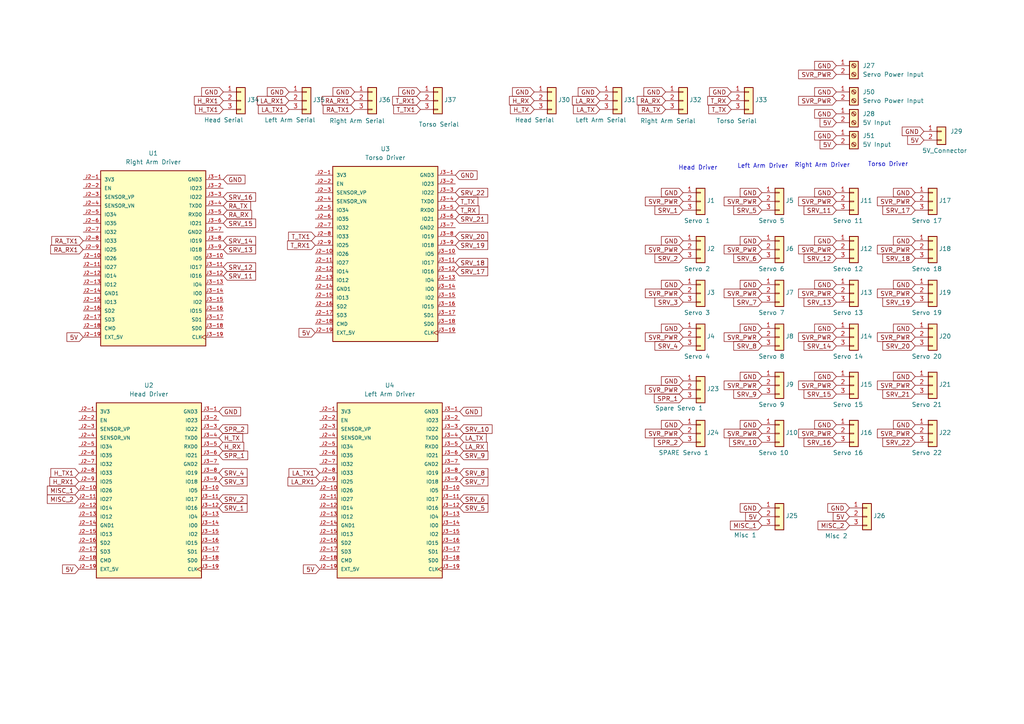
<source format=kicad_sch>
(kicad_sch (version 20231120) (generator "eeschema") (generator_version "8.0")
  (paper "A4")
  (lib_symbols
    (symbol "01-Custom:ESP32-DEVKITC-32D" (pin_names (offset 1.016))
      (property "Reference" "U" (at -15.2572 26.0643 0))
      (property "Value" "ESP32-DEVKITC-32D" (at -15.2563 -27.9698 0))
      (symbol "ESP32-DEVKITC-32D_0_0"
        (rectangle (start -15.24 -25.4) (end 15.24 25.4) (stroke (width 0.254)) (fill (type background)))
        (pin power_in line (at -20.32 22.86 0) (length 5.08) (name "3V3") (number "J2-1"))
        (pin bidirectional line (at -20.32 0 0) (length 5.08) (name "IO26") (number "J2-10"))
        (pin bidirectional line (at -20.32 -2.54 0) (length 5.08) (name "IO27") (number "J2-11"))
        (pin bidirectional line (at -20.32 -5.08 0) (length 5.08) (name "IO14") (number "J2-12"))
        (pin bidirectional line (at -20.32 -7.62 0) (length 5.08) (name "IO12") (number "J2-13"))
        (pin power_in line (at -20.32 -10.16 0) (length 5.08) (name "GND1") (number "J2-14"))
        (pin bidirectional line (at -20.32 -12.7 0) (length 5.08) (name "IO13") (number "J2-15"))
        (pin bidirectional line (at -20.32 -15.24 0) (length 5.08) (name "SD2") (number "J2-16"))
        (pin bidirectional line (at -20.32 -17.78 0) (length 5.08) (name "SD3") (number "J2-17"))
        (pin bidirectional line (at -20.32 -20.32 0) (length 5.08) (name "CMD") (number "J2-18"))
        (pin power_in line (at -20.32 -22.86 0) (length 5.08) (name "EXT_5V") (number "J2-19"))
        (pin input line (at -20.32 20.32 0) (length 5.08) (name "EN") (number "J2-2"))
        (pin input line (at -20.32 17.78 0) (length 5.08) (name "SENSOR_VP") (number "J2-3"))
        (pin input line (at -20.32 15.24 0) (length 5.08) (name "SENSOR_VN") (number "J2-4"))
        (pin bidirectional line (at -20.32 12.7 0) (length 5.08) (name "IO34") (number "J2-5"))
        (pin bidirectional line (at -20.32 10.16 0) (length 5.08) (name "IO35") (number "J2-6"))
        (pin bidirectional line (at -20.32 7.62 0) (length 5.08) (name "IO32") (number "J2-7"))
        (pin bidirectional line (at -20.32 5.08 0) (length 5.08) (name "IO33") (number "J2-8"))
        (pin bidirectional line (at -20.32 2.54 0) (length 5.08) (name "IO25") (number "J2-9"))
        (pin power_in line (at 20.32 22.86 180) (length 5.08) (name "GND3") (number "J3-1"))
        (pin bidirectional line (at 20.32 0 180) (length 5.08) (name "IO5") (number "J3-10"))
        (pin bidirectional line (at 20.32 -2.54 180) (length 5.08) (name "IO17") (number "J3-11"))
        (pin bidirectional line (at 20.32 -5.08 180) (length 5.08) (name "IO16") (number "J3-12"))
        (pin bidirectional line (at 20.32 -7.62 180) (length 5.08) (name "IO4") (number "J3-13"))
        (pin bidirectional line (at 20.32 -10.16 180) (length 5.08) (name "IO0") (number "J3-14"))
        (pin bidirectional line (at 20.32 -12.7 180) (length 5.08) (name "IO2") (number "J3-15"))
        (pin bidirectional line (at 20.32 -15.24 180) (length 5.08) (name "IO15") (number "J3-16"))
        (pin bidirectional line (at 20.32 -17.78 180) (length 5.08) (name "SD1") (number "J3-17"))
        (pin bidirectional line (at 20.32 -20.32 180) (length 5.08) (name "SD0") (number "J3-18"))
        (pin input clock (at 20.32 -22.86 180) (length 5.08) (name "CLK") (number "J3-19"))
        (pin bidirectional line (at 20.32 20.32 180) (length 5.08) (name "IO23") (number "J3-2"))
        (pin bidirectional line (at 20.32 17.78 180) (length 5.08) (name "IO22") (number "J3-3"))
        (pin output line (at 20.32 15.24 180) (length 5.08) (name "TXD0") (number "J3-4"))
        (pin input line (at 20.32 12.7 180) (length 5.08) (name "RXD0") (number "J3-5"))
        (pin bidirectional line (at 20.32 10.16 180) (length 5.08) (name "IO21") (number "J3-6"))
        (pin power_in line (at 20.32 7.62 180) (length 5.08) (name "GND2") (number "J3-7"))
        (pin bidirectional line (at 20.32 5.08 180) (length 5.08) (name "IO19") (number "J3-8"))
        (pin bidirectional line (at 20.32 2.54 180) (length 5.08) (name "IO18") (number "J3-9"))
      )
    )
    (symbol "Connector:Screw_Terminal_01x02" (pin_names (offset 1.016) hide)
      (property "Reference" "J" (at 0 2.54 0))
      (property "Value" "Screw_Terminal_01x02" (at 0 -5.08 0))
      (symbol "Screw_Terminal_01x02_1_1"
        (rectangle (start -1.27 1.27) (end 1.27 -3.81) (stroke (width 0.254)) (fill (type background)))
        (circle (center 0 -2.54) (radius 0.635) (stroke (width 0.1524)))
        (polyline (pts (xy -0.5334 -2.2098) (xy 0.3302 -3.048)) (stroke (width 0.1524)))
        (polyline (pts (xy -0.5334 0.3302) (xy 0.3302 -0.508)) (stroke (width 0.1524)))
        (polyline (pts (xy -0.3556 -2.032) (xy 0.508 -2.8702)) (stroke (width 0.1524)))
        (polyline (pts (xy -0.3556 0.508) (xy 0.508 -0.3302)) (stroke (width 0.1524)))
        (circle (center 0 0) (radius 0.635) (stroke (width 0.1524)))
        (pin passive line (at -5.08 0 0) (length 3.81) (name "Pin_1") (number "1"))
        (pin passive line (at -5.08 -2.54 0) (length 3.81) (name "Pin_2") (number "2"))
      )
    )
    (symbol "Connector_Generic:Conn_01x02" (pin_names (offset 1.016) hide)
      (property "Reference" "J" (at 0 2.54 0))
      (property "Value" "Conn_01x02" (at 0 -5.08 0))
      (symbol "Conn_01x02_1_1"
        (rectangle (start -1.27 -2.413) (end 0 -2.667) (stroke (width 0.1524)))
        (rectangle (start -1.27 0.127) (end 0 -0.127) (stroke (width 0.1524)))
        (rectangle (start -1.27 1.27) (end 1.27 -3.81) (stroke (width 0.254)) (fill (type background)))
        (pin passive line (at -5.08 0 0) (length 3.81) (name "Pin_1") (number "1"))
        (pin passive line (at -5.08 -2.54 0) (length 3.81) (name "Pin_2") (number "2"))
      )
    )
    (symbol "Connector_Generic:Conn_01x03" (pin_names (offset 1.016) hide)
      (property "Reference" "J" (at 0 5.08 0))
      (property "Value" "Conn_01x03" (at 0 -5.08 0))
      (symbol "Conn_01x03_1_1"
        (rectangle (start -1.27 -2.413) (end 0 -2.667) (stroke (width 0.1524)))
        (rectangle (start -1.27 0.127) (end 0 -0.127) (stroke (width 0.1524)))
        (rectangle (start -1.27 2.667) (end 0 2.413) (stroke (width 0.1524)))
        (rectangle (start -1.27 3.81) (end 1.27 -3.81) (stroke (width 0.254)) (fill (type background)))
        (pin passive line (at -5.08 2.54 0) (length 3.81) (name "Pin_1") (number "1"))
        (pin passive line (at -5.08 0 0) (length 3.81) (name "Pin_2") (number "2"))
        (pin passive line (at -5.08 -2.54 0) (length 3.81) (name "Pin_3") (number "3"))
      )
    )
  )
  (text "Torso Driver" (at 257.556 47.752 0) (effects (font (size 1.27 1.27))))
  (text "Head Driver" (at 202.438 48.768 0) (effects (font (size 1.27 1.27))))
  (text "Left Arm Driver" (at 221.234 48.26 0) (effects (font (size 1.27 1.27))))
  (text "Right Arm Driver" (at 238.506 48.006 0) (effects (font (size 1.27 1.27))))
  (global_label "SVR_PWR" (shape input) (at 265.43 111.76 180) (property "Intersheetrefs" "${INTERSHEET_REFS}" (effects (hide yes))))
  (global_label "SRV_5" (shape input) (at 220.98 60.96 180) (property "Intersheetrefs" "${INTERSHEET_REFS}" (effects (hide yes))))
  (global_label "SVR_PWR" (shape input) (at 242.57 29.21 180) (property "Intersheetrefs" "${INTERSHEET_REFS}" (effects (hide yes))))
  (global_label "T_RX1" (shape input) (at 91.44 71.12 180) (property "Intersheetrefs" "${INTERSHEET_REFS}" (effects (hide yes))))
  (global_label "SRV_12" (shape input) (at 64.77 77.47 0) (property "Intersheetrefs" "${INTERSHEET_REFS}" (effects (hide yes))))
  (global_label "SRV_6" (shape input) (at 220.98 74.93 180) (property "Intersheetrefs" "${INTERSHEET_REFS}" (effects (hide yes))))
  (global_label "SRV_14" (shape input) (at 64.77 69.85 0) (property "Intersheetrefs" "${INTERSHEET_REFS}" (effects (hide yes))))
  (global_label "SVR_PWR" (shape input) (at 220.98 125.73 180) (property "Intersheetrefs" "${INTERSHEET_REFS}" (effects (hide yes))))
  (global_label "GND" (shape input) (at 242.57 55.88 180) (property "Intersheetrefs" "${INTERSHEET_REFS}" (effects (hide yes))))
  (global_label "LA_TX" (shape input) (at 173.99 31.75 180) (property "Intersheetrefs" "${INTERSHEET_REFS}" (effects (hide yes))))
  (global_label "GND" (shape input) (at 173.99 26.67 180) (property "Intersheetrefs" "${INTERSHEET_REFS}" (effects (hide yes))))
  (global_label "GND" (shape input) (at 102.87 26.67 180) (property "Intersheetrefs" "${INTERSHEET_REFS}" (effects (hide yes))))
  (global_label "RA_TX1" (shape input) (at 24.13 69.85 180) (property "Intersheetrefs" "${INTERSHEET_REFS}" (effects (hide yes))))
  (global_label "SPR_1" (shape input) (at 198.12 115.57 180) (property "Intersheetrefs" "${INTERSHEET_REFS}" (effects (hide yes))))
  (global_label "GND" (shape input) (at 265.43 55.88 180) (property "Intersheetrefs" "${INTERSHEET_REFS}" (effects (hide yes))))
  (global_label "SRV_9" (shape input) (at 220.98 114.3 180) (property "Intersheetrefs" "${INTERSHEET_REFS}" (effects (hide yes))))
  (global_label "SVR_PWR" (shape input) (at 220.98 58.42 180) (property "Intersheetrefs" "${INTERSHEET_REFS}" (effects (hide yes))))
  (global_label "MISC_2" (shape input) (at 246.38 152.4 180) (property "Intersheetrefs" "${INTERSHEET_REFS}" (effects (hide yes))))
  (global_label "RA_RX1" (shape input) (at 24.13 72.39 180) (property "Intersheetrefs" "${INTERSHEET_REFS}" (effects (hide yes))))
  (global_label "H_RX" (shape input) (at 154.94 29.21 180) (property "Intersheetrefs" "${INTERSHEET_REFS}" (effects (hide yes))))
  (global_label "GND" (shape input) (at 198.12 95.25 180) (property "Intersheetrefs" "${INTERSHEET_REFS}" (effects (hide yes))))
  (global_label "SRV_17" (shape input) (at 265.43 60.96 180) (property "Intersheetrefs" "${INTERSHEET_REFS}" (effects (hide yes))))
  (global_label "SVR_PWR" (shape input) (at 198.12 113.03 180) (property "Intersheetrefs" "${INTERSHEET_REFS}" (effects (hide yes))))
  (global_label "SVR_PWR" (shape input) (at 198.12 58.42 180) (property "Intersheetrefs" "${INTERSHEET_REFS}" (effects (hide yes))))
  (global_label "H_TX1" (shape input) (at 22.86 137.16 180) (property "Intersheetrefs" "${INTERSHEET_REFS}" (effects (hide yes))))
  (global_label "SPR_2" (shape input) (at 63.5 124.46 0) (property "Intersheetrefs" "${INTERSHEET_REFS}" (effects (hide yes))))
  (global_label "GND" (shape input) (at 64.77 52.07 0) (property "Intersheetrefs" "${INTERSHEET_REFS}" (effects (hide yes))))
  (global_label "5V" (shape input) (at 24.13 97.79 180) (property "Intersheetrefs" "${INTERSHEET_REFS}" (effects (hide yes))))
  (global_label "GND" (shape input) (at 242.57 82.55 180) (property "Intersheetrefs" "${INTERSHEET_REFS}" (effects (hide yes))))
  (global_label "SRV_19" (shape input) (at 132.08 71.12 0) (property "Intersheetrefs" "${INTERSHEET_REFS}" (effects (hide yes))))
  (global_label "SRV_13" (shape input) (at 64.77 72.39 0) (property "Intersheetrefs" "${INTERSHEET_REFS}" (effects (hide yes))))
  (global_label "LA_TX1" (shape input) (at 83.82 31.75 180) (property "Intersheetrefs" "${INTERSHEET_REFS}" (effects (hide yes))))
  (global_label "SRV_20" (shape input) (at 265.43 100.33 180) (property "Intersheetrefs" "${INTERSHEET_REFS}" (effects (hide yes))))
  (global_label "GND" (shape input) (at 154.94 26.67 180) (property "Intersheetrefs" "${INTERSHEET_REFS}" (effects (hide yes))))
  (global_label "GND" (shape input) (at 220.98 82.55 180) (property "Intersheetrefs" "${INTERSHEET_REFS}" (effects (hide yes))))
  (global_label "GND" (shape input) (at 267.97 38.1 180) (property "Intersheetrefs" "${INTERSHEET_REFS}" (effects (hide yes))))
  (global_label "RA_TX1" (shape input) (at 102.87 31.75 180) (property "Intersheetrefs" "${INTERSHEET_REFS}" (effects (hide yes))))
  (global_label "SVR_PWR" (shape input) (at 242.57 97.79 180) (property "Intersheetrefs" "${INTERSHEET_REFS}" (effects (hide yes))))
  (global_label "SRV_8" (shape input) (at 133.35 137.16 0) (property "Intersheetrefs" "${INTERSHEET_REFS}" (effects (hide yes))))
  (global_label "RA_RX" (shape input) (at 64.77 62.23 0) (property "Intersheetrefs" "${INTERSHEET_REFS}" (effects (hide yes))))
  (global_label "GND" (shape input) (at 220.98 55.88 180) (property "Intersheetrefs" "${INTERSHEET_REFS}" (effects (hide yes))))
  (global_label "SRV_5" (shape input) (at 133.35 147.32 0) (property "Intersheetrefs" "${INTERSHEET_REFS}" (effects (hide yes))))
  (global_label "GND" (shape input) (at 63.5 119.38 0) (property "Intersheetrefs" "${INTERSHEET_REFS}" (effects (hide yes))))
  (global_label "LA_TX" (shape input) (at 133.35 127 0) (property "Intersheetrefs" "${INTERSHEET_REFS}" (effects (hide yes))))
  (global_label "GND" (shape input) (at 220.98 123.19 180) (property "Intersheetrefs" "${INTERSHEET_REFS}" (effects (hide yes))))
  (global_label "SRV_18" (shape input) (at 132.08 76.2 0) (property "Intersheetrefs" "${INTERSHEET_REFS}" (effects (hide yes))))
  (global_label "SRV_16" (shape input) (at 242.57 128.27 180) (property "Intersheetrefs" "${INTERSHEET_REFS}" (effects (hide yes))))
  (global_label "SRV_1" (shape input) (at 63.5 147.32 0) (property "Intersheetrefs" "${INTERSHEET_REFS}" (effects (hide yes))))
  (global_label "RA_TX" (shape input) (at 193.04 31.75 180) (property "Intersheetrefs" "${INTERSHEET_REFS}" (effects (hide yes))))
  (global_label "RA_RX1" (shape input) (at 102.87 29.21 180) (property "Intersheetrefs" "${INTERSHEET_REFS}" (effects (hide yes))))
  (global_label "SVR_PWR" (shape input) (at 242.57 85.09 180) (property "Intersheetrefs" "${INTERSHEET_REFS}" (effects (hide yes))))
  (global_label "GND" (shape input) (at 198.12 110.49 180) (property "Intersheetrefs" "${INTERSHEET_REFS}" (effects (hide yes))))
  (global_label "5V" (shape input) (at 267.97 40.64 180) (property "Intersheetrefs" "${INTERSHEET_REFS}" (effects (hide yes))))
  (global_label "SRV_21" (shape input) (at 265.43 114.3 180) (property "Intersheetrefs" "${INTERSHEET_REFS}" (effects (hide yes))))
  (global_label "5V" (shape input) (at 22.86 165.1 180) (property "Intersheetrefs" "${INTERSHEET_REFS}" (effects (hide yes))))
  (global_label "SVR_PWR" (shape input) (at 220.98 111.76 180) (property "Intersheetrefs" "${INTERSHEET_REFS}" (effects (hide yes))))
  (global_label "SVR_PWR" (shape input) (at 242.57 111.76 180) (property "Intersheetrefs" "${INTERSHEET_REFS}" (effects (hide yes))))
  (global_label "GND" (shape input) (at 265.43 123.19 180) (property "Intersheetrefs" "${INTERSHEET_REFS}" (effects (hide yes))))
  (global_label "H_TX" (shape input) (at 154.94 31.75 180) (property "Intersheetrefs" "${INTERSHEET_REFS}" (effects (hide yes))))
  (global_label "LA_TX1" (shape input) (at 92.71 137.16 180) (property "Intersheetrefs" "${INTERSHEET_REFS}" (effects (hide yes))))
  (global_label "GND" (shape input) (at 198.12 123.19 180) (property "Intersheetrefs" "${INTERSHEET_REFS}" (effects (hide yes))))
  (global_label "GND" (shape input) (at 133.35 119.38 0) (property "Intersheetrefs" "${INTERSHEET_REFS}" (effects (hide yes))))
  (global_label "SRV_12" (shape input) (at 242.57 74.93 180) (property "Intersheetrefs" "${INTERSHEET_REFS}" (effects (hide yes))))
  (global_label "GND" (shape input) (at 193.04 26.67 180) (property "Intersheetrefs" "${INTERSHEET_REFS}" (effects (hide yes))))
  (global_label "GND" (shape input) (at 265.43 95.25 180) (property "Intersheetrefs" "${INTERSHEET_REFS}" (effects (hide yes))))
  (global_label "SVR_PWR" (shape input) (at 198.12 97.79 180) (property "Intersheetrefs" "${INTERSHEET_REFS}" (effects (hide yes))))
  (global_label "SRV_1" (shape input) (at 198.12 60.96 180) (property "Intersheetrefs" "${INTERSHEET_REFS}" (effects (hide yes))))
  (global_label "GND" (shape input) (at 198.12 55.88 180) (property "Intersheetrefs" "${INTERSHEET_REFS}" (effects (hide yes))))
  (global_label "SVR_PWR" (shape input) (at 265.43 72.39 180) (property "Intersheetrefs" "${INTERSHEET_REFS}" (effects (hide yes))))
  (global_label "GND" (shape input) (at 242.57 33.02 180) (property "Intersheetrefs" "${INTERSHEET_REFS}" (effects (hide yes))))
  (global_label "T_TX1" (shape input) (at 91.44 68.58 180) (property "Intersheetrefs" "${INTERSHEET_REFS}" (effects (hide yes))))
  (global_label "SRV_4" (shape input) (at 198.12 100.33 180) (property "Intersheetrefs" "${INTERSHEET_REFS}" (effects (hide yes))))
  (global_label "GND" (shape input) (at 64.77 26.67 180) (property "Intersheetrefs" "${INTERSHEET_REFS}" (effects (hide yes))))
  (global_label "H_RX1" (shape input) (at 22.86 139.7 180) (property "Intersheetrefs" "${INTERSHEET_REFS}" (effects (hide yes))))
  (global_label "SRV_10" (shape input) (at 220.98 128.27 180) (property "Intersheetrefs" "${INTERSHEET_REFS}" (effects (hide yes))))
  (global_label "LA_RX" (shape input) (at 133.35 129.54 0) (property "Intersheetrefs" "${INTERSHEET_REFS}" (effects (hide yes))))
  (global_label "SVR_PWR" (shape input) (at 220.98 85.09 180) (property "Intersheetrefs" "${INTERSHEET_REFS}" (effects (hide yes))))
  (global_label "GND" (shape input) (at 220.98 95.25 180) (property "Intersheetrefs" "${INTERSHEET_REFS}" (effects (hide yes))))
  (global_label "SRV_2" (shape input) (at 63.5 144.78 0) (property "Intersheetrefs" "${INTERSHEET_REFS}" (effects (hide yes))))
  (global_label "SVR_PWR" (shape input) (at 242.57 125.73 180) (property "Intersheetrefs" "${INTERSHEET_REFS}" (effects (hide yes))))
  (global_label "LA_RX1" (shape input) (at 92.71 139.7 180) (property "Intersheetrefs" "${INTERSHEET_REFS}" (effects (hide yes))))
  (global_label "MISC_1" (shape input) (at 22.86 142.24 180) (property "Intersheetrefs" "${INTERSHEET_REFS}" (effects (hide yes))))
  (global_label "T_TX" (shape input) (at 132.08 58.42 0) (property "Intersheetrefs" "${INTERSHEET_REFS}" (effects (hide yes))))
  (global_label "5V" (shape input) (at 246.38 149.86 180) (property "Intersheetrefs" "${INTERSHEET_REFS}" (effects (hide yes))))
  (global_label "GND" (shape input) (at 242.57 26.67 180) (property "Intersheetrefs" "${INTERSHEET_REFS}" (effects (hide yes))))
  (global_label "SRV_20" (shape input) (at 132.08 68.58 0) (property "Intersheetrefs" "${INTERSHEET_REFS}" (effects (hide yes))))
  (global_label "SRV_6" (shape input) (at 133.35 144.78 0) (property "Intersheetrefs" "${INTERSHEET_REFS}" (effects (hide yes))))
  (global_label "SRV_19" (shape input) (at 265.43 87.63 180) (property "Intersheetrefs" "${INTERSHEET_REFS}" (effects (hide yes))))
  (global_label "LA_RX1" (shape input) (at 83.82 29.21 180) (property "Intersheetrefs" "${INTERSHEET_REFS}" (effects (hide yes))))
  (global_label "SRV_11" (shape input) (at 242.57 60.96 180) (property "Intersheetrefs" "${INTERSHEET_REFS}" (effects (hide yes))))
  (global_label "RA_TX" (shape input) (at 64.77 59.69 0) (property "Intersheetrefs" "${INTERSHEET_REFS}" (effects (hide yes))))
  (global_label "GND" (shape input) (at 242.57 69.85 180) (property "Intersheetrefs" "${INTERSHEET_REFS}" (effects (hide yes))))
  (global_label "GND" (shape input) (at 83.82 26.67 180) (property "Intersheetrefs" "${INTERSHEET_REFS}" (effects (hide yes))))
  (global_label "GND" (shape input) (at 265.43 82.55 180) (property "Intersheetrefs" "${INTERSHEET_REFS}" (effects (hide yes))))
  (global_label "SRV_7" (shape input) (at 133.35 139.7 0) (property "Intersheetrefs" "${INTERSHEET_REFS}" (effects (hide yes))))
  (global_label "5V" (shape input) (at 242.57 41.91 180) (property "Intersheetrefs" "${INTERSHEET_REFS}" (effects (hide yes))))
  (global_label "SRV_9" (shape input) (at 133.35 132.08 0) (property "Intersheetrefs" "${INTERSHEET_REFS}" (effects (hide yes))))
  (global_label "SVR_PWR" (shape input) (at 265.43 85.09 180) (property "Intersheetrefs" "${INTERSHEET_REFS}" (effects (hide yes))))
  (global_label "H_RX" (shape input) (at 63.5 129.54 0) (property "Intersheetrefs" "${INTERSHEET_REFS}" (effects (hide yes))))
  (global_label "H_TX1" (shape input) (at 64.77 31.75 180) (property "Intersheetrefs" "${INTERSHEET_REFS}" (effects (hide yes))))
  (global_label "GND" (shape input) (at 242.57 109.22 180) (property "Intersheetrefs" "${INTERSHEET_REFS}" (effects (hide yes))))
  (global_label "SVR_PWR" (shape input) (at 198.12 125.73 180) (property "Intersheetrefs" "${INTERSHEET_REFS}" (effects (hide yes))))
  (global_label "T_RX" (shape input) (at 132.08 60.96 0) (property "Intersheetrefs" "${INTERSHEET_REFS}" (effects (hide yes))))
  (global_label "SVR_PWR" (shape input) (at 242.57 58.42 180) (property "Intersheetrefs" "${INTERSHEET_REFS}" (effects (hide yes))))
  (global_label "SRV_21" (shape input) (at 132.08 63.5 0) (property "Intersheetrefs" "${INTERSHEET_REFS}" (effects (hide yes))))
  (global_label "SVR_PWR" (shape input) (at 242.57 72.39 180) (property "Intersheetrefs" "${INTERSHEET_REFS}" (effects (hide yes))))
  (global_label "SRV_4" (shape input) (at 63.5 137.16 0) (property "Intersheetrefs" "${INTERSHEET_REFS}" (effects (hide yes))))
  (global_label "SRV_18" (shape input) (at 265.43 74.93 180) (property "Intersheetrefs" "${INTERSHEET_REFS}" (effects (hide yes))))
  (global_label "H_TX" (shape input) (at 63.5 127 0) (property "Intersheetrefs" "${INTERSHEET_REFS}" (effects (hide yes))))
  (global_label "T_TX" (shape input) (at 212.09 31.75 180) (property "Intersheetrefs" "${INTERSHEET_REFS}" (effects (hide yes))))
  (global_label "SRV_15" (shape input) (at 64.77 64.77 0) (property "Intersheetrefs" "${INTERSHEET_REFS}" (effects (hide yes))))
  (global_label "SRV_16" (shape input) (at 64.77 57.15 0) (property "Intersheetrefs" "${INTERSHEET_REFS}" (effects (hide yes))))
  (global_label "GND" (shape input) (at 242.57 95.25 180) (property "Intersheetrefs" "${INTERSHEET_REFS}" (effects (hide yes))))
  (global_label "GND" (shape input) (at 220.98 109.22 180) (property "Intersheetrefs" "${INTERSHEET_REFS}" (effects (hide yes))))
  (global_label "LA_RX" (shape input) (at 173.99 29.21 180) (property "Intersheetrefs" "${INTERSHEET_REFS}" (effects (hide yes))))
  (global_label "SRV_2" (shape input) (at 198.12 74.93 180) (property "Intersheetrefs" "${INTERSHEET_REFS}" (effects (hide yes))))
  (global_label "GND" (shape input) (at 265.43 109.22 180) (property "Intersheetrefs" "${INTERSHEET_REFS}" (effects (hide yes))))
  (global_label "T_TX1" (shape input) (at 121.92 31.75 180) (property "Intersheetrefs" "${INTERSHEET_REFS}" (effects (hide yes))))
  (global_label "T_RX1" (shape input) (at 121.92 29.21 180) (property "Intersheetrefs" "${INTERSHEET_REFS}" (effects (hide yes))))
  (global_label "SRV_15" (shape input) (at 242.57 114.3 180) (property "Intersheetrefs" "${INTERSHEET_REFS}" (effects (hide yes))))
  (global_label "SRV_22" (shape input) (at 265.43 128.27 180) (property "Intersheetrefs" "${INTERSHEET_REFS}" (effects (hide yes))))
  (global_label "GND" (shape input) (at 220.98 69.85 180) (property "Intersheetrefs" "${INTERSHEET_REFS}" (effects (hide yes))))
  (global_label "GND" (shape input) (at 198.12 69.85 180) (property "Intersheetrefs" "${INTERSHEET_REFS}" (effects (hide yes))))
  (global_label "GND" (shape input) (at 132.08 50.8 0) (property "Intersheetrefs" "${INTERSHEET_REFS}" (effects (hide yes))))
  (global_label "GND" (shape input) (at 212.09 26.67 180) (property "Intersheetrefs" "${INTERSHEET_REFS}" (effects (hide yes))))
  (global_label "GND" (shape input) (at 246.38 147.32 180) (property "Intersheetrefs" "${INTERSHEET_REFS}" (effects (hide yes))))
  (global_label "SRV_22" (shape input) (at 132.08 55.88 0) (property "Intersheetrefs" "${INTERSHEET_REFS}" (effects (hide yes))))
  (global_label "SRV_10" (shape input) (at 133.35 124.46 0) (property "Intersheetrefs" "${INTERSHEET_REFS}" (effects (hide yes))))
  (global_label "SVR_PWR" (shape input) (at 220.98 72.39 180) (property "Intersheetrefs" "${INTERSHEET_REFS}" (effects (hide yes))))
  (global_label "SVR_PWR" (shape input) (at 265.43 125.73 180) (property "Intersheetrefs" "${INTERSHEET_REFS}" (effects (hide yes))))
  (global_label "GND" (shape input) (at 242.57 39.37 180) (property "Intersheetrefs" "${INTERSHEET_REFS}" (effects (hide yes))))
  (global_label "SRV_8" (shape input) (at 220.98 100.33 180) (property "Intersheetrefs" "${INTERSHEET_REFS}" (effects (hide yes))))
  (global_label "GND" (shape input) (at 121.92 26.67 180) (property "Intersheetrefs" "${INTERSHEET_REFS}" (effects (hide yes))))
  (global_label "GND" (shape input) (at 198.12 82.55 180) (property "Intersheetrefs" "${INTERSHEET_REFS}" (effects (hide yes))))
  (global_label "5V" (shape input) (at 242.57 35.56 180) (property "Intersheetrefs" "${INTERSHEET_REFS}" (effects (hide yes))))
  (global_label "SVR_PWR" (shape input) (at 265.43 97.79 180) (property "Intersheetrefs" "${INTERSHEET_REFS}" (effects (hide yes))))
  (global_label "SPR_2" (shape input) (at 198.12 128.27 180) (property "Intersheetrefs" "${INTERSHEET_REFS}" (effects (hide yes))))
  (global_label "MISC_1" (shape input) (at 220.98 152.4 180) (property "Intersheetrefs" "${INTERSHEET_REFS}" (effects (hide yes))))
  (global_label "GND" (shape input) (at 265.43 69.85 180) (property "Intersheetrefs" "${INTERSHEET_REFS}" (effects (hide yes))))
  (global_label "T_RX" (shape input) (at 212.09 29.21 180) (property "Intersheetrefs" "${INTERSHEET_REFS}" (effects (hide yes))))
  (global_label "5V" (shape input) (at 220.98 149.86 180) (property "Intersheetrefs" "${INTERSHEET_REFS}" (effects (hide yes))))
  (global_label "SVR_PWR" (shape input) (at 220.98 97.79 180) (property "Intersheetrefs" "${INTERSHEET_REFS}" (effects (hide yes))))
  (global_label "GND" (shape input) (at 242.57 19.05 180) (property "Intersheetrefs" "${INTERSHEET_REFS}" (effects (hide yes))))
  (global_label "SRV_7" (shape input) (at 220.98 87.63 180) (property "Intersheetrefs" "${INTERSHEET_REFS}" (effects (hide yes))))
  (global_label "SVR_PWR" (shape input) (at 198.12 85.09 180) (property "Intersheetrefs" "${INTERSHEET_REFS}" (effects (hide yes))))
  (global_label "SRV_13" (shape input) (at 242.57 87.63 180) (property "Intersheetrefs" "${INTERSHEET_REFS}" (effects (hide yes))))
  (global_label "SVR_PWR" (shape input) (at 198.12 72.39 180) (property "Intersheetrefs" "${INTERSHEET_REFS}" (effects (hide yes))))
  (global_label "SRV_3" (shape input) (at 198.12 87.63 180) (property "Intersheetrefs" "${INTERSHEET_REFS}" (effects (hide yes))))
  (global_label "GND" (shape input) (at 242.57 123.19 180) (property "Intersheetrefs" "${INTERSHEET_REFS}" (effects (hide yes))))
  (global_label "SVR_PWR" (shape input) (at 265.43 58.42 180) (property "Intersheetrefs" "${INTERSHEET_REFS}" (effects (hide yes))))
  (global_label "GND" (shape input) (at 220.98 147.32 180) (property "Intersheetrefs" "${INTERSHEET_REFS}" (effects (hide yes))))
  (global_label "5V" (shape input) (at 91.44 96.52 180) (property "Intersheetrefs" "${INTERSHEET_REFS}" (effects (hide yes))))
  (global_label "RA_RX" (shape input) (at 193.04 29.21 180) (property "Intersheetrefs" "${INTERSHEET_REFS}" (effects (hide yes))))
  (global_label "SRV_11" (shape input) (at 64.77 80.01 0) (property "Intersheetrefs" "${INTERSHEET_REFS}" (effects (hide yes))))
  (global_label "SPR_1" (shape input) (at 63.5 132.08 0) (property "Intersheetrefs" "${INTERSHEET_REFS}" (effects (hide yes))))
  (global_label "SRV_17" (shape input) (at 132.08 78.74 0) (property "Intersheetrefs" "${INTERSHEET_REFS}" (effects (hide yes))))
  (global_label "H_RX1" (shape input) (at 64.77 29.21 180) (property "Intersheetrefs" "${INTERSHEET_REFS}" (effects (hide yes))))
  (global_label "5V" (shape input) (at 92.71 165.1 180) (property "Intersheetrefs" "${INTERSHEET_REFS}" (effects (hide yes))))
  (global_label "MISC_2" (shape input) (at 22.86 144.78 180) (property "Intersheetrefs" "${INTERSHEET_REFS}" (effects (hide yes))))
  (global_label "SRV_3" (shape input) (at 63.5 139.7 0) (property "Intersheetrefs" "${INTERSHEET_REFS}" (effects (hide yes))))
  (global_label "SVR_PWR" (shape input) (at 242.57 21.59 180) (property "Intersheetrefs" "${INTERSHEET_REFS}" (effects (hide yes))))
  (global_label "SRV_14" (shape input) (at 242.57 100.33 180) (property "Intersheetrefs" "${INTERSHEET_REFS}" (effects (hide yes))))
  (symbol (lib_id "Connector_Generic:Conn_01x03") (at 203.2 72.39 0) (unit 1)
    (property "Reference" "J2" (at 204.978 72.1359 0) (effects (justify left)))
    (property "Value" "Servo 2" (at 198.374 77.9779 0) (effects (justify left)))
    (property "Footprint" "Connector_PinHeader_2.54mm:PinHeader_1x03_P2.54mm_Vertical" (effects (hide yes)))
    (property "Description" "Generic connector, single row, 01x03, script generated (kicad-library-utils/schlib/autogen/connector/)" (effects (hide yes)))
  )
  (symbol (lib_id "Connector:Screw_Terminal_01x02") (at 247.65 33.02 0) (unit 1)
    (property "Reference" "J28" (at 250.19 33.0199 0) (effects (justify left)))
    (property "Value" "5V Input" (at 250.19 35.5599 0) (effects (justify left)))
    (property "Footprint" "TerminalBlock_Phoenix:TerminalBlock_Phoenix_MKDS-1,5-2-5.08_1x02_P5.08mm_Horizontal" (effects (hide yes)))
    (property "Description" "Generic screw terminal, single row, 01x02, script generated (kicad-library-utils/schlib/autogen/connector/)" (effects (hide yes)))
  )
  (symbol (lib_id "Connector_Generic:Conn_01x03") (at 247.65 97.79 0) (unit 1)
    (property "Reference" "J14" (at 249.428 97.5359 0) (effects (justify left)))
    (property "Value" "Servo 14" (at 241.554 103.3779 0) (effects (justify left)))
    (property "Footprint" "Connector_PinHeader_2.54mm:PinHeader_1x03_P2.54mm_Vertical" (effects (hide yes)))
    (property "Description" "Generic connector, single row, 01x03, script generated (kicad-library-utils/schlib/autogen/connector/)" (effects (hide yes)))
  )
  (symbol (lib_id "Connector_Generic:Conn_01x03") (at 270.51 85.09 0) (unit 1)
    (property "Reference" "J19" (at 272.288 84.8359 0) (effects (justify left)))
    (property "Value" "Servo 19" (at 264.414 90.6779 0) (effects (justify left)))
    (property "Footprint" "Connector_PinHeader_2.54mm:PinHeader_1x03_P2.54mm_Vertical" (effects (hide yes)))
    (property "Description" "Generic connector, single row, 01x03, script generated (kicad-library-utils/schlib/autogen/connector/)" (effects (hide yes)))
  )
  (symbol (lib_id "Connector_Generic:Conn_01x03") (at 179.07 29.21 0) (unit 1)
    (property "Reference" "J31" (at 180.848 28.9559 0) (effects (justify left)))
    (property "Value" "Left Arm Serial" (at 166.878 34.7979 0) (effects (justify left)))
    (property "Footprint" "Connector_PinHeader_2.54mm:PinHeader_1x03_P2.54mm_Vertical" (effects (hide yes)))
    (property "Description" "Generic connector, single row, 01x03, script generated (kicad-library-utils/schlib/autogen/connector/)" (effects (hide yes)))
  )
  (symbol (lib_id "Connector_Generic:Conn_01x02") (at 273.05 38.1 0) (unit 1)
    (property "Reference" "J29" (at 275.59 38.0999 0) (effects (justify left)))
    (property "Value" "5V_Connector" (at 267.462 43.6879 0) (effects (justify left)))
    (property "Footprint" "Connector_PinHeader_2.54mm:PinHeader_1x02_P2.54mm_Vertical" (effects (hide yes)))
    (property "Description" "Generic connector, single row, 01x02, script generated (kicad-library-utils/schlib/autogen/connector/)" (effects (hide yes)))
  )
  (symbol (lib_id "Connector_Generic:Conn_01x03") (at 251.46 149.86 0) (unit 1)
    (property "Reference" "J26" (at 253.238 149.6059 0) (effects (justify left)))
    (property "Value" "Misc 2" (at 239.268 155.4479 0) (effects (justify left)))
    (property "Footprint" "Connector_PinHeader_2.54mm:PinHeader_1x03_P2.54mm_Vertical" (effects (hide yes)))
    (property "Description" "Generic connector, single row, 01x03, script generated (kicad-library-utils/schlib/autogen/connector/)" (effects (hide yes)))
  )
  (symbol (lib_id "01-Custom:ESP32-DEVKITC-32D") (at 111.76 73.66 0) (unit 1)
    (property "Reference" "U3" (at 111.76 43.18 0))
    (property "Value" "Torso Driver" (at 111.76 45.72 0))
    (property "Footprint" "01-Custom:MODULE_ESP32-DEVKITC-32D" (effects (hide yes)))
    (property "MF" "Espressif Systems" (effects (hide yes)))
    (property "MAXIMUM_PACKAGE_HEIGHT" "N/A" (effects (hide yes)))
    (property "Package" "None" (effects (hide yes)))
    (property "Price" "None" (effects (hide yes)))
    (property "Check_prices" "https://www.snapeda.com/parts/ESP32-DEVKITC-32D/Espressif+Systems/view-part/?ref=eda" (effects (hide yes)))
    (property "STANDARD" "Manufacturer Recommendations" (effects (hide yes)))
    (property "PARTREV" "V4" (effects (hide yes)))
    (property "SnapEDA_Link" "https://www.snapeda.com/parts/ESP32-DEVKITC-32D/Espressif+Systems/view-part/?ref=snap" (effects (hide yes)))
    (property "MP" "ESP32-DEVKITC-32D" (effects (hide yes)))
    (property "Description_1" "\n                        \n                            WiFi Development Tools (802.11) ESP32 General Development Kit, ESP32-WROOM-32D on the board\n                        \n" (effects (hide yes)))
    (property "MANUFACTURER" "Espressif Systems" (effects (hide yes)))
    (property "Availability" "In Stock" (effects (hide yes)))
    (property "SNAPEDA_PN" "ESP32-DEVKITC-32D" (effects (hide yes)))
  )
  (symbol (lib_id "Connector_Generic:Conn_01x03") (at 203.2 58.42 0) (unit 1)
    (property "Reference" "J1" (at 204.978 58.1659 0) (effects (justify left)))
    (property "Value" "Servo 1" (at 198.374 64.0079 0) (effects (justify left)))
    (property "Footprint" "Connector_PinHeader_2.54mm:PinHeader_1x03_P2.54mm_Vertical" (effects (hide yes)))
    (property "Description" "Generic connector, single row, 01x03, script generated (kicad-library-utils/schlib/autogen/connector/)" (effects (hide yes)))
  )
  (symbol (lib_id "Connector_Generic:Conn_01x03") (at 217.17 29.21 0) (unit 1)
    (property "Reference" "J33" (at 218.948 28.9559 0) (effects (justify left)))
    (property "Value" "Torso Serial" (at 207.772 35.0519 0) (effects (justify left)))
    (property "Footprint" "Connector_PinHeader_2.54mm:PinHeader_1x03_P2.54mm_Vertical" (effects (hide yes)))
    (property "Description" "Generic connector, single row, 01x03, script generated (kicad-library-utils/schlib/autogen/connector/)" (effects (hide yes)))
  )
  (symbol (lib_id "Connector_Generic:Conn_01x03") (at 127 29.21 0) (unit 1)
    (property "Reference" "J37" (at 128.778 28.9559 0) (effects (justify left)))
    (property "Value" "Torso Serial" (at 121.412 36.0679 0) (effects (justify left)))
    (property "Footprint" "Connector_PinHeader_2.54mm:PinHeader_1x03_P2.54mm_Vertical" (effects (hide yes)))
    (property "Description" "Generic connector, single row, 01x03, script generated (kicad-library-utils/schlib/autogen/connector/)" (effects (hide yes)))
  )
  (symbol (lib_id "Connector_Generic:Conn_01x03") (at 247.65 85.09 0) (unit 1)
    (property "Reference" "J13" (at 249.428 84.8359 0) (effects (justify left)))
    (property "Value" "Servo 13" (at 241.554 90.6779 0) (effects (justify left)))
    (property "Footprint" "Connector_PinHeader_2.54mm:PinHeader_1x03_P2.54mm_Vertical" (effects (hide yes)))
    (property "Description" "Generic connector, single row, 01x03, script generated (kicad-library-utils/schlib/autogen/connector/)" (effects (hide yes)))
  )
  (symbol (lib_id "Connector_Generic:Conn_01x03") (at 226.06 58.42 0) (unit 1)
    (property "Reference" "J5" (at 227.838 58.1659 0) (effects (justify left)))
    (property "Value" "Servo 5" (at 219.964 64.0079 0) (effects (justify left)))
    (property "Footprint" "Connector_PinHeader_2.54mm:PinHeader_1x03_P2.54mm_Vertical" (effects (hide yes)))
    (property "Description" "Generic connector, single row, 01x03, script generated (kicad-library-utils/schlib/autogen/connector/)" (effects (hide yes)))
  )
  (symbol (lib_id "Connector_Generic:Conn_01x03") (at 69.85 29.21 0) (unit 1)
    (property "Reference" "J34" (at 71.628 28.9559 0) (effects (justify left)))
    (property "Value" "Head Serial" (at 59.182 34.7979 0) (effects (justify left)))
    (property "Footprint" "Connector_PinHeader_2.54mm:PinHeader_1x03_P2.54mm_Vertical" (effects (hide yes)))
    (property "Description" "Generic connector, single row, 01x03, script generated (kicad-library-utils/schlib/autogen/connector/)" (effects (hide yes)))
  )
  (symbol (lib_id "01-Custom:ESP32-DEVKITC-32D") (at 113.03 142.24 0) (unit 1)
    (property "Reference" "U4" (at 113.03 111.76 0))
    (property "Value" "Left Arm Driver" (at 113.03 114.3 0))
    (property "Footprint" "01-Custom:MODULE_ESP32-DEVKITC-32D" (effects (hide yes)))
    (property "MF" "Espressif Systems" (effects (hide yes)))
    (property "MAXIMUM_PACKAGE_HEIGHT" "N/A" (effects (hide yes)))
    (property "Package" "None" (effects (hide yes)))
    (property "Price" "None" (effects (hide yes)))
    (property "Check_prices" "https://www.snapeda.com/parts/ESP32-DEVKITC-32D/Espressif+Systems/view-part/?ref=eda" (effects (hide yes)))
    (property "STANDARD" "Manufacturer Recommendations" (effects (hide yes)))
    (property "PARTREV" "V4" (effects (hide yes)))
    (property "SnapEDA_Link" "https://www.snapeda.com/parts/ESP32-DEVKITC-32D/Espressif+Systems/view-part/?ref=snap" (effects (hide yes)))
    (property "MP" "ESP32-DEVKITC-32D" (effects (hide yes)))
    (property "Description_1" "\n                        \n                            WiFi Development Tools (802.11) ESP32 General Development Kit, ESP32-WROOM-32D on the board\n                        \n" (effects (hide yes)))
    (property "MANUFACTURER" "Espressif Systems" (effects (hide yes)))
    (property "Availability" "In Stock" (effects (hide yes)))
    (property "SNAPEDA_PN" "ESP32-DEVKITC-32D" (effects (hide yes)))
  )
  (symbol (lib_id "Connector_Generic:Conn_01x03") (at 226.06 149.86 0) (unit 1)
    (property "Reference" "J25" (at 227.838 149.6059 0) (effects (justify left)))
    (property "Value" "Misc 1" (at 212.852 155.1939 0) (effects (justify left)))
    (property "Footprint" "Connector_PinHeader_2.54mm:PinHeader_1x03_P2.54mm_Vertical" (effects (hide yes)))
    (property "Description" "Generic connector, single row, 01x03, script generated (kicad-library-utils/schlib/autogen/connector/)" (effects (hide yes)))
  )
  (symbol (lib_id "Connector_Generic:Conn_01x03") (at 203.2 125.73 0) (unit 1)
    (property "Reference" "J24" (at 204.978 125.4759 0) (effects (justify left)))
    (property "Value" "SPARE Servo 1" (at 191.008 131.3179 0) (effects (justify left)))
    (property "Footprint" "Connector_PinHeader_2.54mm:PinHeader_1x03_P2.54mm_Vertical" (effects (hide yes)))
    (property "Description" "Generic connector, single row, 01x03, script generated (kicad-library-utils/schlib/autogen/connector/)" (effects (hide yes)))
  )
  (symbol (lib_id "Connector_Generic:Conn_01x03") (at 198.12 29.21 0) (unit 1)
    (property "Reference" "J32" (at 199.898 28.9559 0) (effects (justify left)))
    (property "Value" "Right Arm Serial" (at 185.674 35.0519 0) (effects (justify left)))
    (property "Footprint" "Connector_PinHeader_2.54mm:PinHeader_1x03_P2.54mm_Vertical" (effects (hide yes)))
    (property "Description" "Generic connector, single row, 01x03, script generated (kicad-library-utils/schlib/autogen/connector/)" (effects (hide yes)))
  )
  (symbol (lib_id "Connector_Generic:Conn_01x03") (at 247.65 72.39 0) (unit 1)
    (property "Reference" "J12" (at 249.428 72.1359 0) (effects (justify left)))
    (property "Value" "Servo 12" (at 241.554 77.9779 0) (effects (justify left)))
    (property "Footprint" "Connector_PinHeader_2.54mm:PinHeader_1x03_P2.54mm_Vertical" (effects (hide yes)))
    (property "Description" "Generic connector, single row, 01x03, script generated (kicad-library-utils/schlib/autogen/connector/)" (effects (hide yes)))
  )
  (symbol (lib_id "Connector_Generic:Conn_01x03") (at 247.65 58.42 0) (unit 1)
    (property "Reference" "J11" (at 249.428 58.1659 0) (effects (justify left)))
    (property "Value" "Servo 11" (at 241.554 64.0079 0) (effects (justify left)))
    (property "Footprint" "Connector_PinHeader_2.54mm:PinHeader_1x03_P2.54mm_Vertical" (effects (hide yes)))
    (property "Description" "Generic connector, single row, 01x03, script generated (kicad-library-utils/schlib/autogen/connector/)" (effects (hide yes)))
  )
  (symbol (lib_id "Connector_Generic:Conn_01x03") (at 226.06 72.39 0) (unit 1)
    (property "Reference" "J6" (at 227.838 72.1359 0) (effects (justify left)))
    (property "Value" "Servo 6" (at 219.964 77.9779 0) (effects (justify left)))
    (property "Footprint" "Connector_PinHeader_2.54mm:PinHeader_1x03_P2.54mm_Vertical" (effects (hide yes)))
    (property "Description" "Generic connector, single row, 01x03, script generated (kicad-library-utils/schlib/autogen/connector/)" (effects (hide yes)))
  )
  (symbol (lib_id "Connector_Generic:Conn_01x03") (at 203.2 97.79 0) (unit 1)
    (property "Reference" "J4" (at 204.978 97.5359 0) (effects (justify left)))
    (property "Value" "Servo 4" (at 198.374 103.3779 0) (effects (justify left)))
    (property "Footprint" "Connector_PinHeader_2.54mm:PinHeader_1x03_P2.54mm_Vertical" (effects (hide yes)))
    (property "Description" "Generic connector, single row, 01x03, script generated (kicad-library-utils/schlib/autogen/connector/)" (effects (hide yes)))
  )
  (symbol (lib_id "Connector_Generic:Conn_01x03") (at 270.51 58.42 0) (unit 1)
    (property "Reference" "J17" (at 272.288 58.1659 0) (effects (justify left)))
    (property "Value" "Servo 17" (at 264.414 64.0079 0) (effects (justify left)))
    (property "Footprint" "Connector_PinHeader_2.54mm:PinHeader_1x03_P2.54mm_Vertical" (effects (hide yes)))
    (property "Description" "Generic connector, single row, 01x03, script generated (kicad-library-utils/schlib/autogen/connector/)" (effects (hide yes)))
  )
  (symbol (lib_id "Connector_Generic:Conn_01x03") (at 270.51 72.39 0) (unit 1)
    (property "Reference" "J18" (at 272.288 72.1359 0) (effects (justify left)))
    (property "Value" "Servo 18" (at 264.414 77.9779 0) (effects (justify left)))
    (property "Footprint" "Connector_PinHeader_2.54mm:PinHeader_1x03_P2.54mm_Vertical" (effects (hide yes)))
    (property "Description" "Generic connector, single row, 01x03, script generated (kicad-library-utils/schlib/autogen/connector/)" (effects (hide yes)))
  )
  (symbol (lib_id "Connector_Generic:Conn_01x03") (at 226.06 97.79 0) (unit 1)
    (property "Reference" "J8" (at 227.838 97.5359 0) (effects (justify left)))
    (property "Value" "Servo 8" (at 219.964 103.3779 0) (effects (justify left)))
    (property "Footprint" "Connector_PinHeader_2.54mm:PinHeader_1x03_P2.54mm_Vertical" (effects (hide yes)))
    (property "Description" "Generic connector, single row, 01x03, script generated (kicad-library-utils/schlib/autogen/connector/)" (effects (hide yes)))
  )
  (symbol (lib_id "01-Custom:ESP32-DEVKITC-32D") (at 43.18 142.24 0) (unit 1)
    (property "Reference" "U2" (at 43.18 111.76 0))
    (property "Value" "Head Driver" (at 43.18 114.3 0))
    (property "Footprint" "01-Custom:MODULE_ESP32-DEVKITC-32D" (effects (hide yes)))
    (property "MF" "Espressif Systems" (effects (hide yes)))
    (property "MAXIMUM_PACKAGE_HEIGHT" "N/A" (effects (hide yes)))
    (property "Package" "None" (effects (hide yes)))
    (property "Price" "None" (effects (hide yes)))
    (property "Check_prices" "https://www.snapeda.com/parts/ESP32-DEVKITC-32D/Espressif+Systems/view-part/?ref=eda" (effects (hide yes)))
    (property "STANDARD" "Manufacturer Recommendations" (effects (hide yes)))
    (property "PARTREV" "V4" (effects (hide yes)))
    (property "SnapEDA_Link" "https://www.snapeda.com/parts/ESP32-DEVKITC-32D/Espressif+Systems/view-part/?ref=snap" (effects (hide yes)))
    (property "MP" "ESP32-DEVKITC-32D" (effects (hide yes)))
    (property "Description_1" "\n                        \n                            WiFi Development Tools (802.11) ESP32 General Development Kit, ESP32-WROOM-32D on the board\n                        \n" (effects (hide yes)))
    (property "MANUFACTURER" "Espressif Systems" (effects (hide yes)))
    (property "Availability" "In Stock" (effects (hide yes)))
    (property "SNAPEDA_PN" "ESP32-DEVKITC-32D" (effects (hide yes)))
  )
  (symbol (lib_id "Connector_Generic:Conn_01x03") (at 203.2 85.09 0) (unit 1)
    (property "Reference" "J3" (at 204.978 84.8359 0) (effects (justify left)))
    (property "Value" "Servo 3" (at 198.374 90.6779 0) (effects (justify left)))
    (property "Footprint" "Connector_PinHeader_2.54mm:PinHeader_1x03_P2.54mm_Vertical" (effects (hide yes)))
    (property "Description" "Generic connector, single row, 01x03, script generated (kicad-library-utils/schlib/autogen/connector/)" (effects (hide yes)))
  )
  (symbol (lib_id "Connector_Generic:Conn_01x03") (at 270.51 97.79 0) (unit 1)
    (property "Reference" "J20" (at 272.288 97.5359 0) (effects (justify left)))
    (property "Value" "Servo 20" (at 264.414 103.3779 0) (effects (justify left)))
    (property "Footprint" "Connector_PinHeader_2.54mm:PinHeader_1x03_P2.54mm_Vertical" (effects (hide yes)))
    (property "Description" "Generic connector, single row, 01x03, script generated (kicad-library-utils/schlib/autogen/connector/)" (effects (hide yes)))
  )
  (symbol (lib_id "Connector:Screw_Terminal_01x02") (at 247.65 19.05 0) (unit 1)
    (property "Reference" "J27" (at 250.19 19.0499 0) (effects (justify left)))
    (property "Value" "Servo Power Input" (at 250.19 21.5899 0) (effects (justify left)))
    (property "Footprint" "TerminalBlock_Phoenix:TerminalBlock_Phoenix_MKDS-1,5-2-5.08_1x02_P5.08mm_Horizontal" (effects (hide yes)))
    (property "Description" "Generic screw terminal, single row, 01x02, script generated (kicad-library-utils/schlib/autogen/connector/)" (effects (hide yes)))
  )
  (symbol (lib_id "Connector_Generic:Conn_01x03") (at 270.51 125.73 0) (unit 1)
    (property "Reference" "J22" (at 272.288 125.4759 0) (effects (justify left)))
    (property "Value" "Servo 22" (at 264.414 131.3179 0) (effects (justify left)))
    (property "Footprint" "Connector_PinHeader_2.54mm:PinHeader_1x03_P2.54mm_Vertical" (effects (hide yes)))
    (property "Description" "Generic connector, single row, 01x03, script generated (kicad-library-utils/schlib/autogen/connector/)" (effects (hide yes)))
  )
  (symbol (lib_id "Connector_Generic:Conn_01x03") (at 107.95 29.21 0) (unit 1)
    (property "Reference" "J36" (at 109.728 28.9559 0) (effects (justify left)))
    (property "Value" "Right Arm Serial" (at 95.504 35.0519 0) (effects (justify left)))
    (property "Footprint" "Connector_PinHeader_2.54mm:PinHeader_1x03_P2.54mm_Vertical" (effects (hide yes)))
    (property "Description" "Generic connector, single row, 01x03, script generated (kicad-library-utils/schlib/autogen/connector/)" (effects (hide yes)))
  )
  (symbol (lib_id "Connector:Screw_Terminal_01x02") (at 247.65 26.67 0) (unit 1)
    (property "Reference" "J50" (at 250.19 26.6699 0) (effects (justify left)))
    (property "Value" "Servo Power Input" (at 250.19 29.2099 0) (effects (justify left)))
    (property "Footprint" "TerminalBlock_Phoenix:TerminalBlock_Phoenix_MKDS-1,5-2-5.08_1x02_P5.08mm_Horizontal" (effects (hide yes)))
    (property "Description" "Generic screw terminal, single row, 01x02, script generated (kicad-library-utils/schlib/autogen/connector/)" (effects (hide yes)))
  )
  (symbol (lib_id "Connector_Generic:Conn_01x03") (at 226.06 85.09 0) (unit 1)
    (property "Reference" "J7" (at 227.838 84.8359 0) (effects (justify left)))
    (property "Value" "Servo 7" (at 219.964 90.6779 0) (effects (justify left)))
    (property "Footprint" "Connector_PinHeader_2.54mm:PinHeader_1x03_P2.54mm_Vertical" (effects (hide yes)))
    (property "Description" "Generic connector, single row, 01x03, script generated (kicad-library-utils/schlib/autogen/connector/)" (effects (hide yes)))
  )
  (symbol (lib_id "Connector:Screw_Terminal_01x02") (at 247.65 39.37 0) (unit 1)
    (property "Reference" "J51" (at 250.19 39.3699 0) (effects (justify left)))
    (property "Value" "5V Input" (at 250.19 41.9099 0) (effects (justify left)))
    (property "Footprint" "TerminalBlock_Phoenix:TerminalBlock_Phoenix_MKDS-1,5-2-5.08_1x02_P5.08mm_Horizontal" (effects (hide yes)))
    (property "Description" "Generic screw terminal, single row, 01x02, script generated (kicad-library-utils/schlib/autogen/connector/)" (effects (hide yes)))
  )
  (symbol (lib_id "Connector_Generic:Conn_01x03") (at 226.06 111.76 0) (unit 1)
    (property "Reference" "J9" (at 227.838 111.5059 0) (effects (justify left)))
    (property "Value" "Servo 9" (at 219.964 117.3479 0) (effects (justify left)))
    (property "Footprint" "Connector_PinHeader_2.54mm:PinHeader_1x03_P2.54mm_Vertical" (effects (hide yes)))
    (property "Description" "Generic connector, single row, 01x03, script generated (kicad-library-utils/schlib/autogen/connector/)" (effects (hide yes)))
  )
  (symbol (lib_id "Connector_Generic:Conn_01x03") (at 160.02 29.21 0) (unit 1)
    (property "Reference" "J30" (at 161.798 28.9559 0) (effects (justify left)))
    (property "Value" "Head Serial" (at 149.352 34.7979 0) (effects (justify left)))
    (property "Footprint" "Connector_PinHeader_2.54mm:PinHeader_1x03_P2.54mm_Vertical" (effects (hide yes)))
    (property "Description" "Generic connector, single row, 01x03, script generated (kicad-library-utils/schlib/autogen/connector/)" (effects (hide yes)))
  )
  (symbol (lib_id "Connector_Generic:Conn_01x03") (at 247.65 125.73 0) (unit 1)
    (property "Reference" "J16" (at 249.428 125.4759 0) (effects (justify left)))
    (property "Value" "Servo 16" (at 241.554 131.3179 0) (effects (justify left)))
    (property "Footprint" "Connector_PinHeader_2.54mm:PinHeader_1x03_P2.54mm_Vertical" (effects (hide yes)))
    (property "Description" "Generic connector, single row, 01x03, script generated (kicad-library-utils/schlib/autogen/connector/)" (effects (hide yes)))
  )
  (symbol (lib_id "Connector_Generic:Conn_01x03") (at 247.65 111.76 0) (unit 1)
    (property "Reference" "J15" (at 249.428 111.5059 0) (effects (justify left)))
    (property "Value" "Servo 15" (at 241.554 117.3479 0) (effects (justify left)))
    (property "Footprint" "Connector_PinHeader_2.54mm:PinHeader_1x03_P2.54mm_Vertical" (effects (hide yes)))
    (property "Description" "Generic connector, single row, 01x03, script generated (kicad-library-utils/schlib/autogen/connector/)" (effects (hide yes)))
  )
  (symbol (lib_id "Connector_Generic:Conn_01x03") (at 88.9 29.21 0) (unit 1)
    (property "Reference" "J35" (at 90.678 28.9559 0) (effects (justify left)))
    (property "Value" "Left Arm Serial" (at 76.708 34.7979 0) (effects (justify left)))
    (property "Footprint" "Connector_PinHeader_2.54mm:PinHeader_1x03_P2.54mm_Vertical" (effects (hide yes)))
    (property "Description" "Generic connector, single row, 01x03, script generated (kicad-library-utils/schlib/autogen/connector/)" (effects (hide yes)))
  )
  (symbol (lib_id "Connector_Generic:Conn_01x03") (at 270.51 111.76 0) (unit 1)
    (property "Reference" "J21" (at 272.288 111.5059 0) (effects (justify left)))
    (property "Value" "Servo 21" (at 264.414 117.3479 0) (effects (justify left)))
    (property "Footprint" "Connector_PinHeader_2.54mm:PinHeader_1x03_P2.54mm_Vertical" (effects (hide yes)))
    (property "Description" "Generic connector, single row, 01x03, script generated (kicad-library-utils/schlib/autogen/connector/)" (effects (hide yes)))
  )
  (symbol (lib_id "Connector_Generic:Conn_01x03") (at 226.06 125.73 0) (unit 1)
    (property "Reference" "J10" (at 227.838 125.4759 0) (effects (justify left)))
    (property "Value" "Servo 10" (at 219.964 131.3179 0) (effects (justify left)))
    (property "Footprint" "Connector_PinHeader_2.54mm:PinHeader_1x03_P2.54mm_Vertical" (effects (hide yes)))
    (property "Description" "Generic connector, single row, 01x03, script generated (kicad-library-utils/schlib/autogen/connector/)" (effects (hide yes)))
  )
  (symbol (lib_id "Connector_Generic:Conn_01x03") (at 203.2 113.03 0) (unit 1)
    (property "Reference" "J23" (at 204.978 112.7759 0) (effects (justify left)))
    (property "Value" "Spare Servo 1" (at 189.992 118.3639 0) (effects (justify left)))
    (property "Footprint" "Connector_PinHeader_2.54mm:PinHeader_1x03_P2.54mm_Vertical" (effects (hide yes)))
    (property "Description" "Generic connector, single row, 01x03, script generated (kicad-library-utils/schlib/autogen/connector/)" (effects (hide yes)))
  )
  (symbol (lib_id "01-Custom:ESP32-DEVKITC-32D") (at 44.45 74.93 0) (unit 1)
    (property "Reference" "U1" (at 44.45 44.45 0))
    (property "Value" "Right Arm Driver" (at 44.45 46.99 0))
    (property "Footprint" "01-Custom:MODULE_ESP32-DEVKITC-32D" (effects (hide yes)))
    (property "MF" "Espressif Systems" (effects (hide yes)))
    (property "MAXIMUM_PACKAGE_HEIGHT" "N/A" (effects (hide yes)))
    (property "Package" "None" (effects (hide yes)))
    (property "Price" "None" (effects (hide yes)))
    (property "Check_prices" "https://www.snapeda.com/parts/ESP32-DEVKITC-32D/Espressif+Systems/view-part/?ref=eda" (effects (hide yes)))
    (property "STANDARD" "Manufacturer Recommendations" (effects (hide yes)))
    (property "PARTREV" "V4" (effects (hide yes)))
    (property "SnapEDA_Link" "https://www.snapeda.com/parts/ESP32-DEVKITC-32D/Espressif+Systems/view-part/?ref=snap" (effects (hide yes)))
    (property "MP" "ESP32-DEVKITC-32D" (effects (hide yes)))
    (property "Description_1" "\n                        \n                            WiFi Development Tools (802.11) ESP32 General Development Kit, ESP32-WROOM-32D on the board\n                        \n" (effects (hide yes)))
    (property "MANUFACTURER" "Espressif Systems" (effects (hide yes)))
    (property "Availability" "In Stock" (effects (hide yes)))
    (property "SNAPEDA_PN" "ESP32-DEVKITC-32D" (effects (hide yes)))
  )
)
</source>
